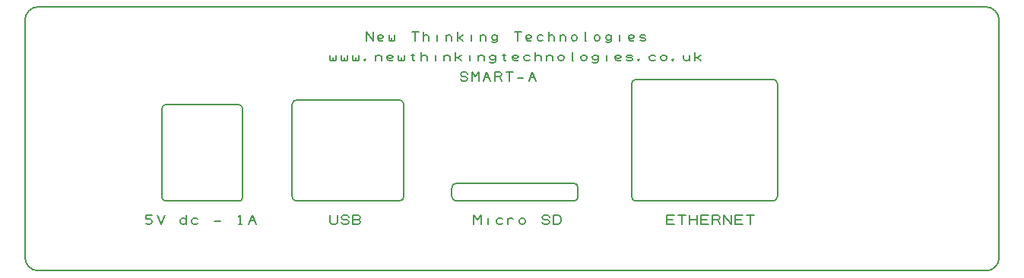
<source format=gbr>
%FSLAX36Y36*%
%MOMM*%
G04 EasyPC Gerber Version 18.0.8 Build 3632 *
%ADD11C,0.12700*%
%ADD12C,0.20000*%
X0Y0D02*
D02*
D11*
X22287500Y64911500D02*
G75*
G03X20787500Y63411500J-1500000D01*
G01*
Y36911500*
G75*
G03X22287500Y35411500I1500000*
G01*
X127787500*
G75*
G03X129287500Y36911500J1500000*
G01*
Y63411500*
G75*
G03X127787500Y64911500I-1500000*
G01*
X22287500*
X36537500Y54011500D02*
G75*
G03X36037500Y53511500J-500000D01*
G01*
Y43611500*
G75*
G03X36437500Y43211500I400000*
G01*
X44637500*
G75*
G03X45037500Y43611500J400000*
G01*
Y53511500*
G75*
G03X44537500Y54011500I-500000*
G01*
X36537500*
X51037500Y54511500D02*
G75*
G03X50537500Y54011500J-500000D01*
G01*
Y43711500*
G75*
G03X51037500Y43211500I500000*
G01*
X62487500*
G75*
G03X62987500Y43711500J500000*
G01*
Y54011500*
G75*
G03X62487500Y54511500I-500000*
G01*
X51037500*
X68837500Y45211500D02*
G75*
G03X68337500Y44711500J-500000D01*
G01*
Y43711500*
G75*
G03X68837500Y43211500I500000*
G01*
X81887500*
G75*
G03X82387500Y43711500J500000*
G01*
Y44711500*
G75*
G03X81887500Y45211500I-500000*
G01*
X68837500*
X88837500Y56811500D02*
G75*
G03X88337500Y56311500J-500000D01*
G01*
Y43711500*
G75*
G03X88837500Y43211500I500000*
G01*
X104087500*
G75*
G03X104587500Y43711500J500000*
G01*
Y56311500*
G75*
G03X104087500Y56811500I-500000*
G01*
X88837500*
D02*
D12*
X34287500Y40729000D02*
X34446300Y40649600D01*
X34684400*
X34843100Y40729000*
X34922500Y40887800*
Y40967100*
X34843100Y41125900*
X34684400Y41205300*
X34287500*
Y41602100*
X34922500*
X35557500D02*
X35954400Y40649600D01*
X36351300Y41602100*
X38732500Y41046500D02*
X38653100Y41205300D01*
X38494400Y41284600*
X38335600*
X38176900Y41205300*
X38097500Y41046500*
Y40887800*
X38176900Y40729000*
X38335600Y40649600*
X38494400*
X38653100Y40729000*
X38732500Y40887800*
Y40649600D02*
Y41602100D01*
X40002500Y41205300D02*
X39843800Y41284600D01*
X39605600*
X39446900Y41205300*
X39367500Y41046500*
Y40887800*
X39446900Y40729000*
X39605600Y40649600*
X39843800*
X40002500Y40729000*
X41907500Y40967100D02*
X42542500D01*
X44606300Y40649600D02*
X44923800D01*
X44765000D02*
Y41602100D01*
X44606300Y41443400*
X45717500Y40649600D02*
X46114400Y41602100D01*
X46511300Y40649600*
X45876300Y41046500D02*
X46352500D01*
X54787500Y41602100D02*
Y40887800D01*
X54866900Y40729000*
X55025600Y40649600*
X55343100*
X55501900Y40729000*
X55581300Y40887800*
Y41602100*
X56057500Y40887800D02*
X56136900Y40729000D01*
X56295600Y40649600*
X56613100*
X56771900Y40729000*
X56851300Y40887800*
X56771900Y41046500*
X56613100Y41125900*
X56295600*
X56136900Y41205300*
X56057500Y41364000*
X56136900Y41522800*
X56295600Y41602100*
X56613100*
X56771900Y41522800*
X56851300Y41364000*
X57883100Y41125900D02*
X58041900Y41046500D01*
X58121300Y40887800*
X58041900Y40729000*
X57883100Y40649600*
X57327500*
Y41602100*
X57883100*
X58041900Y41522800*
X58121300Y41364000*
X58041900Y41205300*
X57883100Y41125900*
X57327500*
X54787500Y59534600D02*
Y58979000D01*
X54866900Y58899600*
X55025600*
X55105000Y58979000*
Y59217100*
Y58979000D02*
X55184400Y58899600D01*
X55343100*
X55422500Y58979000*
Y59534600*
X56057500D02*
Y58979000D01*
X56136900Y58899600*
X56295600*
X56375000Y58979000*
Y59217100*
Y58979000D02*
X56454400Y58899600D01*
X56613100*
X56692500Y58979000*
Y59534600*
X57327500D02*
Y58979000D01*
X57406900Y58899600*
X57565600*
X57645000Y58979000*
Y59217100*
Y58979000D02*
X57724400Y58899600D01*
X57883100*
X57962500Y58979000*
Y59534600*
X58676900Y58899600D02*
X58756300Y58979000D01*
X58676900Y59058400*
X58597500Y58979000*
X58676900Y58899600*
X59867500D02*
Y59534600D01*
Y59296500D02*
X59946900Y59455300D01*
X60105600Y59534600*
X60264400*
X60423100Y59455300*
X60502500Y59296500*
Y58899600*
X61772500Y58979000D02*
X61693100Y58899600D01*
X61534400*
X61375600*
X61216900Y58979000*
X61137500Y59137800*
Y59375900*
X61216900Y59455300*
X61375600Y59534600*
X61534400*
X61693100Y59455300*
X61772500Y59375900*
Y59296500*
X61693100Y59217100*
X61534400Y59137800*
X61375600*
X61216900Y59217100*
X61137500Y59296500*
X62407500Y59534600D02*
Y58979000D01*
X62486900Y58899600*
X62645600*
X62725000Y58979000*
Y59217100*
Y58979000D02*
X62804400Y58899600D01*
X62963100*
X63042500Y58979000*
Y59534600*
X63836300D02*
X64153800D01*
X63995000Y59693400D02*
Y58979000D01*
X64074400Y58899600*
X64153800*
X64233100Y58979000*
X64947500Y58899600D02*
Y59852100D01*
Y59296500D02*
X65026900Y59455300D01*
X65185600Y59534600*
X65344400*
X65503100Y59455300*
X65582500Y59296500*
Y58899600*
X66535000D02*
Y59534600D01*
Y59772800D02*
X67487500Y58899600*
Y59534600D01*
Y59296500D02*
X67566900Y59455300D01*
X67725600Y59534600*
X67884400*
X68043100Y59455300*
X68122500Y59296500*
Y58899600*
X68757500D02*
Y59852100D01*
Y59217100D02*
X68995600D01*
X69392500Y59534600*
X68995600Y59217100D02*
X69392500Y58899600D01*
X70345000D02*
Y59534600D01*
Y59772800D02*
X71297500Y58899600*
Y59534600D01*
Y59296500D02*
X71376900Y59455300D01*
X71535600Y59534600*
X71694400*
X71853100Y59455300*
X71932500Y59296500*
Y58899600*
X73202500Y59296500D02*
X73123100Y59455300D01*
X72964400Y59534600*
X72805600*
X72646900Y59455300*
X72567500Y59296500*
Y59217100*
X72646900Y59058400*
X72805600Y58979000*
X72964400*
X73123100Y59058400*
X73202500Y59217100*
Y59534600D02*
Y58899600D01*
X73123100Y58740900*
X72964400Y58661500*
X72726300*
X72567500Y58740900*
X73996300Y59534600D02*
X74313800D01*
X74155000Y59693400D02*
Y58979000D01*
X74234400Y58899600*
X74313800*
X74393100Y58979000*
X75742500D02*
X75663100Y58899600D01*
X75504400*
X75345600*
X75186900Y58979000*
X75107500Y59137800*
Y59375900*
X75186900Y59455300*
X75345600Y59534600*
X75504400*
X75663100Y59455300*
X75742500Y59375900*
Y59296500*
X75663100Y59217100*
X75504400Y59137800*
X75345600*
X75186900Y59217100*
X75107500Y59296500*
X77012500Y59455300D02*
X76853800Y59534600D01*
X76615600*
X76456900Y59455300*
X76377500Y59296500*
Y59137800*
X76456900Y58979000*
X76615600Y58899600*
X76853800*
X77012500Y58979000*
X77647500Y58899600D02*
Y59852100D01*
Y59296500D02*
X77726900Y59455300D01*
X77885600Y59534600*
X78044400*
X78203100Y59455300*
X78282500Y59296500*
Y58899600*
X78917500D02*
Y59534600D01*
Y59296500D02*
X78996900Y59455300D01*
X79155600Y59534600*
X79314400*
X79473100Y59455300*
X79552500Y59296500*
Y58899600*
X80187500Y59137800D02*
X80266900Y58979000D01*
X80425600Y58899600*
X80584400*
X80743100Y58979000*
X80822500Y59137800*
Y59296500*
X80743100Y59455300*
X80584400Y59534600*
X80425600*
X80266900Y59455300*
X80187500Y59296500*
Y59137800*
X81854400Y58899600D02*
X81775000D01*
Y59852100*
X82727500Y59137800D02*
X82806900Y58979000D01*
X82965600Y58899600*
X83124400*
X83283100Y58979000*
X83362500Y59137800*
Y59296500*
X83283100Y59455300*
X83124400Y59534600*
X82965600*
X82806900Y59455300*
X82727500Y59296500*
Y59137800*
X84632500Y59296500D02*
X84553100Y59455300D01*
X84394400Y59534600*
X84235600*
X84076900Y59455300*
X83997500Y59296500*
Y59217100*
X84076900Y59058400*
X84235600Y58979000*
X84394400*
X84553100Y59058400*
X84632500Y59217100*
Y59534600D02*
Y58899600D01*
X84553100Y58740900*
X84394400Y58661500*
X84156300*
X83997500Y58740900*
X85585000Y58899600D02*
Y59534600D01*
Y59772800D02*
X87172500Y58979000*
X87093100Y58899600D01*
X86934400*
X86775600*
X86616900Y58979000*
X86537500Y59137800*
Y59375900*
X86616900Y59455300*
X86775600Y59534600*
X86934400*
X87093100Y59455300*
X87172500Y59375900*
Y59296500*
X87093100Y59217100*
X86934400Y59137800*
X86775600*
X86616900Y59217100*
X86537500Y59296500*
X87807500Y58979000D02*
X87966300Y58899600D01*
X88283800*
X88442500Y58979000*
Y59137800*
X88283800Y59217100*
X87966300*
X87807500Y59296500*
Y59455300*
X87966300Y59534600*
X88283800*
X88442500Y59455300*
X89156900Y58899600D02*
X89236300Y58979000D01*
X89156900Y59058400*
X89077500Y58979000*
X89156900Y58899600*
X90982500Y59455300D02*
X90823800Y59534600D01*
X90585600*
X90426900Y59455300*
X90347500Y59296500*
Y59137800*
X90426900Y58979000*
X90585600Y58899600*
X90823800*
X90982500Y58979000*
X91617500Y59137800D02*
X91696900Y58979000D01*
X91855600Y58899600*
X92014400*
X92173100Y58979000*
X92252500Y59137800*
Y59296500*
X92173100Y59455300*
X92014400Y59534600*
X91855600*
X91696900Y59455300*
X91617500Y59296500*
Y59137800*
X92966900Y58899600D02*
X93046300Y58979000D01*
X92966900Y59058400*
X92887500Y58979000*
X92966900Y58899600*
X94157500Y59534600D02*
Y59137800D01*
X94236900Y58979000*
X94395600Y58899600*
X94554400*
X94713100Y58979000*
X94792500Y59137800*
Y59534600D02*
Y58899600D01*
X95427500D02*
Y59852100D01*
Y59217100D02*
X95665600D01*
X96062500Y59534600*
X95665600Y59217100D02*
X96062500Y58899600D01*
X58787500Y61149600D02*
Y62102100D01*
X59581300Y61149600*
Y62102100*
X60692500Y61229000D02*
X60613100Y61149600D01*
X60454400*
X60295600*
X60136900Y61229000*
X60057500Y61387800*
Y61625900*
X60136900Y61705300*
X60295600Y61784600*
X60454400*
X60613100Y61705300*
X60692500Y61625900*
Y61546500*
X60613100Y61467100*
X60454400Y61387800*
X60295600*
X60136900Y61467100*
X60057500Y61546500*
X61327500Y61784600D02*
Y61229000D01*
X61406900Y61149600*
X61565600*
X61645000Y61229000*
Y61467100*
Y61229000D02*
X61724400Y61149600D01*
X61883100*
X61962500Y61229000*
Y61784600*
X64264400Y61149600D02*
Y62102100D01*
X63867500D02*
X64661300D01*
X65137500Y61149600D02*
Y62102100D01*
Y61546500D02*
X65216900Y61705300D01*
X65375600Y61784600*
X65534400*
X65693100Y61705300*
X65772500Y61546500*
Y61149600*
X66725000D02*
Y61784600D01*
Y62022800D02*
X67677500Y61149600*
Y61784600D01*
Y61546500D02*
X67756900Y61705300D01*
X67915600Y61784600*
X68074400*
X68233100Y61705300*
X68312500Y61546500*
Y61149600*
X68947500D02*
Y62102100D01*
Y61467100D02*
X69185600D01*
X69582500Y61784600*
X69185600Y61467100D02*
X69582500Y61149600D01*
X70535000D02*
Y61784600D01*
Y62022800D02*
X71487500Y61149600*
Y61784600D01*
Y61546500D02*
X71566900Y61705300D01*
X71725600Y61784600*
X71884400*
X72043100Y61705300*
X72122500Y61546500*
Y61149600*
X73392500Y61546500D02*
X73313100Y61705300D01*
X73154400Y61784600*
X72995600*
X72836900Y61705300*
X72757500Y61546500*
Y61467100*
X72836900Y61308400*
X72995600Y61229000*
X73154400*
X73313100Y61308400*
X73392500Y61467100*
Y61784600D02*
Y61149600D01*
X73313100Y60990900*
X73154400Y60911500*
X72916300*
X72757500Y60990900*
X75694400Y61149600D02*
Y62102100D01*
X75297500D02*
X76091300D01*
X77202500Y61229000D02*
X77123100Y61149600D01*
X76964400*
X76805600*
X76646900Y61229000*
X76567500Y61387800*
Y61625900*
X76646900Y61705300*
X76805600Y61784600*
X76964400*
X77123100Y61705300*
X77202500Y61625900*
Y61546500*
X77123100Y61467100*
X76964400Y61387800*
X76805600*
X76646900Y61467100*
X76567500Y61546500*
X78472500Y61705300D02*
X78313800Y61784600D01*
X78075600*
X77916900Y61705300*
X77837500Y61546500*
Y61387800*
X77916900Y61229000*
X78075600Y61149600*
X78313800*
X78472500Y61229000*
X79107500Y61149600D02*
Y62102100D01*
Y61546500D02*
X79186900Y61705300D01*
X79345600Y61784600*
X79504400*
X79663100Y61705300*
X79742500Y61546500*
Y61149600*
X80377500D02*
Y61784600D01*
Y61546500D02*
X80456900Y61705300D01*
X80615600Y61784600*
X80774400*
X80933100Y61705300*
X81012500Y61546500*
Y61149600*
X81647500Y61387800D02*
X81726900Y61229000D01*
X81885600Y61149600*
X82044400*
X82203100Y61229000*
X82282500Y61387800*
Y61546500*
X82203100Y61705300*
X82044400Y61784600*
X81885600*
X81726900Y61705300*
X81647500Y61546500*
Y61387800*
X83314400Y61149600D02*
X83235000D01*
Y62102100*
X84187500Y61387800D02*
X84266900Y61229000D01*
X84425600Y61149600*
X84584400*
X84743100Y61229000*
X84822500Y61387800*
Y61546500*
X84743100Y61705300*
X84584400Y61784600*
X84425600*
X84266900Y61705300*
X84187500Y61546500*
Y61387800*
X86092500Y61546500D02*
X86013100Y61705300D01*
X85854400Y61784600*
X85695600*
X85536900Y61705300*
X85457500Y61546500*
Y61467100*
X85536900Y61308400*
X85695600Y61229000*
X85854400*
X86013100Y61308400*
X86092500Y61467100*
Y61784600D02*
Y61149600D01*
X86013100Y60990900*
X85854400Y60911500*
X85616300*
X85457500Y60990900*
X87045000Y61149600D02*
Y61784600D01*
Y62022800D02*
X88632500Y61229000*
X88553100Y61149600D01*
X88394400*
X88235600*
X88076900Y61229000*
X87997500Y61387800*
Y61625900*
X88076900Y61705300*
X88235600Y61784600*
X88394400*
X88553100Y61705300*
X88632500Y61625900*
Y61546500*
X88553100Y61467100*
X88394400Y61387800*
X88235600*
X88076900Y61467100*
X87997500Y61546500*
X89267500Y61229000D02*
X89426300Y61149600D01*
X89743800*
X89902500Y61229000*
Y61387800*
X89743800Y61467100*
X89426300*
X89267500Y61546500*
Y61705300*
X89426300Y61784600*
X89743800*
X89902500Y61705300*
X69287500Y56887800D02*
X69366900Y56729000D01*
X69525600Y56649600*
X69843100*
X70001900Y56729000*
X70081300Y56887800*
X70001900Y57046500*
X69843100Y57125900*
X69525600*
X69366900Y57205300*
X69287500Y57364000*
X69366900Y57522800*
X69525600Y57602100*
X69843100*
X70001900Y57522800*
X70081300Y57364000*
X70557500Y56649600D02*
Y57602100D01*
X70954400Y57125900*
X71351300Y57602100*
Y56649600*
X71827500D02*
X72224400Y57602100D01*
X72621300Y56649600*
X71986300Y57046500D02*
X72462500D01*
X73097500Y56649600D02*
Y57602100D01*
X73653100*
X73811900Y57522800*
X73891300Y57364000*
X73811900Y57205300*
X73653100Y57125900*
X73097500*
X73653100D02*
X73891300Y56649600D01*
X74764400D02*
Y57602100D01*
X74367500D02*
X75161300D01*
X75637500Y56967100D02*
X76272500D01*
X76907500Y56649600D02*
X77304400Y57602100D01*
X77701300Y56649600*
X77066300Y57046500D02*
X77542500D01*
X70787500Y40649600D02*
Y41602100D01*
X71184400Y41125900*
X71581300Y41602100*
Y40649600*
X72375000D02*
Y41284600D01*
Y41522800D02*
X73962500Y41205300*
X73803800Y41284600D01*
X73565600*
X73406900Y41205300*
X73327500Y41046500*
Y40887800*
X73406900Y40729000*
X73565600Y40649600*
X73803800*
X73962500Y40729000*
X74597500Y40649600D02*
Y41284600D01*
Y41046500D02*
X74676900Y41205300D01*
X74835600Y41284600*
X74994400*
X75153100Y41205300*
X75867500Y40887800D02*
X75946900Y40729000D01*
X76105600Y40649600*
X76264400*
X76423100Y40729000*
X76502500Y40887800*
Y41046500*
X76423100Y41205300*
X76264400Y41284600*
X76105600*
X75946900Y41205300*
X75867500Y41046500*
Y40887800*
X78407500D02*
X78486900Y40729000D01*
X78645600Y40649600*
X78963100*
X79121900Y40729000*
X79201300Y40887800*
X79121900Y41046500*
X78963100Y41125900*
X78645600*
X78486900Y41205300*
X78407500Y41364000*
X78486900Y41522800*
X78645600Y41602100*
X78963100*
X79121900Y41522800*
X79201300Y41364000*
X79677500Y40649600D02*
Y41602100D01*
X80153800*
X80312500Y41522800*
X80391900Y41443400*
X80471300Y41284600*
Y40967100*
X80391900Y40808400*
X80312500Y40729000*
X80153800Y40649600*
X79677500*
X92287500D02*
Y41602100D01*
X93081300*
X92922500Y41125900D02*
X92287500D01*
Y40649600D02*
X93081300D01*
X93954400D02*
Y41602100D01*
X93557500D02*
X94351300D01*
X94827500Y40649600D02*
Y41602100D01*
Y41125900D02*
X95621300D01*
Y40649600D02*
Y41602100D01*
X96097500Y40649600D02*
Y41602100D01*
X96891300*
X96732500Y41125900D02*
X96097500D01*
Y40649600D02*
X96891300D01*
X97367500D02*
Y41602100D01*
X97923100*
X98081900Y41522800*
X98161300Y41364000*
X98081900Y41205300*
X97923100Y41125900*
X97367500*
X97923100D02*
X98161300Y40649600D01*
X98637500D02*
Y41602100D01*
X99431300Y40649600*
Y41602100*
X99907500Y40649600D02*
Y41602100D01*
X100701300*
X100542500Y41125900D02*
X99907500D01*
Y40649600D02*
X100701300D01*
X101574400D02*
Y41602100D01*
X101177500D02*
X101971300D01*
X0Y0D02*
M02*

</source>
